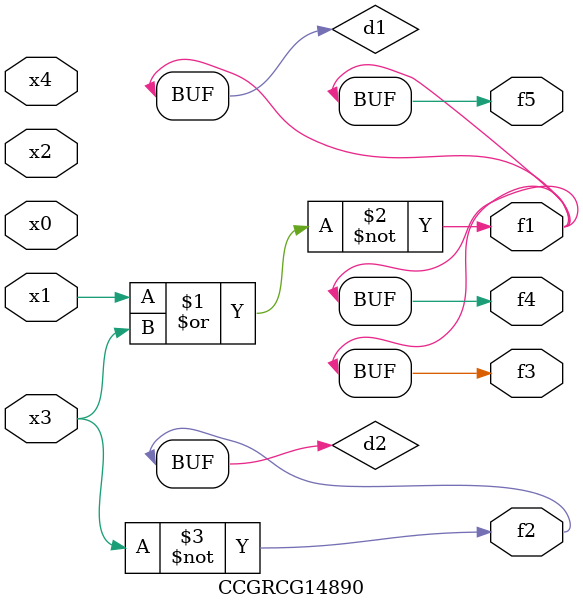
<source format=v>
module CCGRCG14890(
	input x0, x1, x2, x3, x4,
	output f1, f2, f3, f4, f5
);

	wire d1, d2;

	nor (d1, x1, x3);
	not (d2, x3);
	assign f1 = d1;
	assign f2 = d2;
	assign f3 = d1;
	assign f4 = d1;
	assign f5 = d1;
endmodule

</source>
